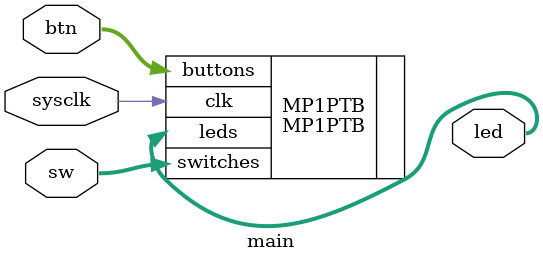
<source format=v>
`timescale 1ns / 1ps


module main(

    input sysclk, // system clock
    
    input [3:0] btn, // Buttons
    input [1:0] sw, //slide switches
    
    output [3:0] led  // Individual LED Controls
    );
    
        
    MP1PTB MP1PTB(
        .clk(sysclk),
        
        .switches(sw),
        .buttons(btn),
        .leds(led)
        );
        
endmodule

</source>
